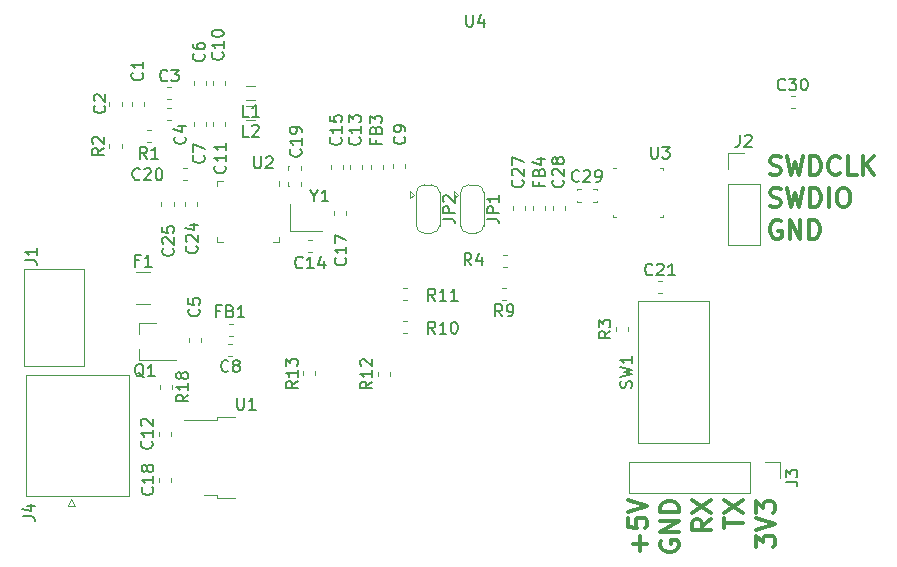
<source format=gbr>
G04 #@! TF.GenerationSoftware,KiCad,Pcbnew,(5.1.5)-3*
G04 #@! TF.CreationDate,2021-10-16T16:50:23+02:00*
G04 #@! TF.ProjectId,reader,72656164-6572-42e6-9b69-6361645f7063,rev?*
G04 #@! TF.SameCoordinates,Original*
G04 #@! TF.FileFunction,Legend,Top*
G04 #@! TF.FilePolarity,Positive*
%FSLAX46Y46*%
G04 Gerber Fmt 4.6, Leading zero omitted, Abs format (unit mm)*
G04 Created by KiCad (PCBNEW (5.1.5)-3) date 2021-10-16 16:50:23*
%MOMM*%
%LPD*%
G04 APERTURE LIST*
%ADD10C,0.300000*%
%ADD11C,0.120000*%
%ADD12C,0.150000*%
G04 APERTURE END LIST*
D10*
X173699761Y-104547619D02*
X173928333Y-104623809D01*
X174309285Y-104623809D01*
X174461666Y-104547619D01*
X174537857Y-104471428D01*
X174614047Y-104319047D01*
X174614047Y-104166666D01*
X174537857Y-104014285D01*
X174461666Y-103938095D01*
X174309285Y-103861904D01*
X174004523Y-103785714D01*
X173852142Y-103709523D01*
X173775952Y-103633333D01*
X173699761Y-103480952D01*
X173699761Y-103328571D01*
X173775952Y-103176190D01*
X173852142Y-103100000D01*
X174004523Y-103023809D01*
X174385476Y-103023809D01*
X174614047Y-103100000D01*
X175147380Y-103023809D02*
X175528333Y-104623809D01*
X175833095Y-103480952D01*
X176137857Y-104623809D01*
X176518809Y-103023809D01*
X177128333Y-104623809D02*
X177128333Y-103023809D01*
X177509285Y-103023809D01*
X177737857Y-103100000D01*
X177890238Y-103252380D01*
X177966428Y-103404761D01*
X178042619Y-103709523D01*
X178042619Y-103938095D01*
X177966428Y-104242857D01*
X177890238Y-104395238D01*
X177737857Y-104547619D01*
X177509285Y-104623809D01*
X177128333Y-104623809D01*
X179642619Y-104471428D02*
X179566428Y-104547619D01*
X179337857Y-104623809D01*
X179185476Y-104623809D01*
X178956904Y-104547619D01*
X178804523Y-104395238D01*
X178728333Y-104242857D01*
X178652142Y-103938095D01*
X178652142Y-103709523D01*
X178728333Y-103404761D01*
X178804523Y-103252380D01*
X178956904Y-103100000D01*
X179185476Y-103023809D01*
X179337857Y-103023809D01*
X179566428Y-103100000D01*
X179642619Y-103176190D01*
X181090238Y-104623809D02*
X180328333Y-104623809D01*
X180328333Y-103023809D01*
X181623571Y-104623809D02*
X181623571Y-103023809D01*
X182537857Y-104623809D02*
X181852142Y-103709523D01*
X182537857Y-103023809D02*
X181623571Y-103938095D01*
X173699761Y-107247619D02*
X173928333Y-107323809D01*
X174309285Y-107323809D01*
X174461666Y-107247619D01*
X174537857Y-107171428D01*
X174614047Y-107019047D01*
X174614047Y-106866666D01*
X174537857Y-106714285D01*
X174461666Y-106638095D01*
X174309285Y-106561904D01*
X174004523Y-106485714D01*
X173852142Y-106409523D01*
X173775952Y-106333333D01*
X173699761Y-106180952D01*
X173699761Y-106028571D01*
X173775952Y-105876190D01*
X173852142Y-105800000D01*
X174004523Y-105723809D01*
X174385476Y-105723809D01*
X174614047Y-105800000D01*
X175147380Y-105723809D02*
X175528333Y-107323809D01*
X175833095Y-106180952D01*
X176137857Y-107323809D01*
X176518809Y-105723809D01*
X177128333Y-107323809D02*
X177128333Y-105723809D01*
X177509285Y-105723809D01*
X177737857Y-105800000D01*
X177890238Y-105952380D01*
X177966428Y-106104761D01*
X178042619Y-106409523D01*
X178042619Y-106638095D01*
X177966428Y-106942857D01*
X177890238Y-107095238D01*
X177737857Y-107247619D01*
X177509285Y-107323809D01*
X177128333Y-107323809D01*
X178728333Y-107323809D02*
X178728333Y-105723809D01*
X179795000Y-105723809D02*
X180099761Y-105723809D01*
X180252142Y-105800000D01*
X180404523Y-105952380D01*
X180480714Y-106257142D01*
X180480714Y-106790476D01*
X180404523Y-107095238D01*
X180252142Y-107247619D01*
X180099761Y-107323809D01*
X179795000Y-107323809D01*
X179642619Y-107247619D01*
X179490238Y-107095238D01*
X179414047Y-106790476D01*
X179414047Y-106257142D01*
X179490238Y-105952380D01*
X179642619Y-105800000D01*
X179795000Y-105723809D01*
X174614047Y-108500000D02*
X174461666Y-108423809D01*
X174233095Y-108423809D01*
X174004523Y-108500000D01*
X173852142Y-108652380D01*
X173775952Y-108804761D01*
X173699761Y-109109523D01*
X173699761Y-109338095D01*
X173775952Y-109642857D01*
X173852142Y-109795238D01*
X174004523Y-109947619D01*
X174233095Y-110023809D01*
X174385476Y-110023809D01*
X174614047Y-109947619D01*
X174690238Y-109871428D01*
X174690238Y-109338095D01*
X174385476Y-109338095D01*
X175375952Y-110023809D02*
X175375952Y-108423809D01*
X176290238Y-110023809D01*
X176290238Y-108423809D01*
X177052142Y-110023809D02*
X177052142Y-108423809D01*
X177433095Y-108423809D01*
X177661666Y-108500000D01*
X177814047Y-108652380D01*
X177890238Y-108804761D01*
X177966428Y-109109523D01*
X177966428Y-109338095D01*
X177890238Y-109642857D01*
X177814047Y-109795238D01*
X177661666Y-109947619D01*
X177433095Y-110023809D01*
X177052142Y-110023809D01*
X162714285Y-136440238D02*
X162714285Y-135221190D01*
X163323809Y-135830714D02*
X162104761Y-135830714D01*
X161723809Y-133697380D02*
X161723809Y-134459285D01*
X162485714Y-134535476D01*
X162409523Y-134459285D01*
X162333333Y-134306904D01*
X162333333Y-133925952D01*
X162409523Y-133773571D01*
X162485714Y-133697380D01*
X162638095Y-133621190D01*
X163019047Y-133621190D01*
X163171428Y-133697380D01*
X163247619Y-133773571D01*
X163323809Y-133925952D01*
X163323809Y-134306904D01*
X163247619Y-134459285D01*
X163171428Y-134535476D01*
X161723809Y-133164047D02*
X163323809Y-132630714D01*
X161723809Y-132097380D01*
X164500000Y-135602142D02*
X164423809Y-135754523D01*
X164423809Y-135983095D01*
X164500000Y-136211666D01*
X164652380Y-136364047D01*
X164804761Y-136440238D01*
X165109523Y-136516428D01*
X165338095Y-136516428D01*
X165642857Y-136440238D01*
X165795238Y-136364047D01*
X165947619Y-136211666D01*
X166023809Y-135983095D01*
X166023809Y-135830714D01*
X165947619Y-135602142D01*
X165871428Y-135525952D01*
X165338095Y-135525952D01*
X165338095Y-135830714D01*
X166023809Y-134840238D02*
X164423809Y-134840238D01*
X166023809Y-133925952D01*
X164423809Y-133925952D01*
X166023809Y-133164047D02*
X164423809Y-133164047D01*
X164423809Y-132783095D01*
X164500000Y-132554523D01*
X164652380Y-132402142D01*
X164804761Y-132325952D01*
X165109523Y-132249761D01*
X165338095Y-132249761D01*
X165642857Y-132325952D01*
X165795238Y-132402142D01*
X165947619Y-132554523D01*
X166023809Y-132783095D01*
X166023809Y-133164047D01*
X168723809Y-133773571D02*
X167961904Y-134306904D01*
X168723809Y-134687857D02*
X167123809Y-134687857D01*
X167123809Y-134078333D01*
X167200000Y-133925952D01*
X167276190Y-133849761D01*
X167428571Y-133773571D01*
X167657142Y-133773571D01*
X167809523Y-133849761D01*
X167885714Y-133925952D01*
X167961904Y-134078333D01*
X167961904Y-134687857D01*
X167123809Y-133240238D02*
X168723809Y-132173571D01*
X167123809Y-132173571D02*
X168723809Y-133240238D01*
X169823809Y-134535476D02*
X169823809Y-133621190D01*
X171423809Y-134078333D02*
X169823809Y-134078333D01*
X169823809Y-133240238D02*
X171423809Y-132173571D01*
X169823809Y-132173571D02*
X171423809Y-133240238D01*
X172523809Y-136135476D02*
X172523809Y-135145000D01*
X173133333Y-135678333D01*
X173133333Y-135449761D01*
X173209523Y-135297380D01*
X173285714Y-135221190D01*
X173438095Y-135145000D01*
X173819047Y-135145000D01*
X173971428Y-135221190D01*
X174047619Y-135297380D01*
X174123809Y-135449761D01*
X174123809Y-135906904D01*
X174047619Y-136059285D01*
X173971428Y-136135476D01*
X172523809Y-134687857D02*
X174123809Y-134154523D01*
X172523809Y-133621190D01*
X172523809Y-133240238D02*
X172523809Y-132249761D01*
X173133333Y-132783095D01*
X173133333Y-132554523D01*
X173209523Y-132402142D01*
X173285714Y-132325952D01*
X173438095Y-132249761D01*
X173819047Y-132249761D01*
X173971428Y-132325952D01*
X174047619Y-132402142D01*
X174123809Y-132554523D01*
X174123809Y-133011666D01*
X174047619Y-133164047D01*
X173971428Y-133240238D01*
D11*
X145050000Y-105450000D02*
G75*
G02X145750000Y-106150000I0J-700000D01*
G01*
X143750000Y-106150000D02*
G75*
G02X144450000Y-105450000I700000J0D01*
G01*
X144450000Y-109550000D02*
G75*
G02X143750000Y-108850000I0J700000D01*
G01*
X145750000Y-108850000D02*
G75*
G02X145050000Y-109550000I-700000J0D01*
G01*
X145750000Y-106100000D02*
X145750000Y-108900000D01*
X145050000Y-109550000D02*
X144450000Y-109550000D01*
X143750000Y-108900000D02*
X143750000Y-106100000D01*
X144450000Y-105450000D02*
X145050000Y-105450000D01*
X143550000Y-106300000D02*
X143250000Y-106000000D01*
X143250000Y-106000000D02*
X143250000Y-106600000D01*
X143550000Y-106300000D02*
X143250000Y-106600000D01*
X148800000Y-105450000D02*
G75*
G02X149500000Y-106150000I0J-700000D01*
G01*
X147500000Y-106150000D02*
G75*
G02X148200000Y-105450000I700000J0D01*
G01*
X148200000Y-109550000D02*
G75*
G02X147500000Y-108850000I0J700000D01*
G01*
X149500000Y-108850000D02*
G75*
G02X148800000Y-109550000I-700000J0D01*
G01*
X149500000Y-106100000D02*
X149500000Y-108900000D01*
X148800000Y-109550000D02*
X148200000Y-109550000D01*
X147500000Y-108900000D02*
X147500000Y-106100000D01*
X148200000Y-105450000D02*
X148800000Y-105450000D01*
X147300000Y-106300000D02*
X147000000Y-106000000D01*
X147000000Y-106000000D02*
X147000000Y-106600000D01*
X147300000Y-106300000D02*
X147000000Y-106600000D01*
X174580000Y-128920000D02*
X174580000Y-130250000D01*
X173250000Y-128920000D02*
X174580000Y-128920000D01*
X171980000Y-128920000D02*
X171980000Y-131580000D01*
X171980000Y-131580000D02*
X161760000Y-131580000D01*
X171980000Y-128920000D02*
X161760000Y-128920000D01*
X161760000Y-128920000D02*
X161760000Y-131580000D01*
X130149622Y-99935000D02*
X129350378Y-99935000D01*
X130149622Y-98815000D02*
X129350378Y-98815000D01*
X130149622Y-98235000D02*
X129350378Y-98235000D01*
X130149622Y-97115000D02*
X129350378Y-97115000D01*
X158740000Y-105810000D02*
X159090000Y-105810000D01*
X159090000Y-105810000D02*
X159090000Y-105860000D01*
X157740000Y-106910000D02*
X157390000Y-106910000D01*
X157390000Y-106910000D02*
X157390000Y-106860000D01*
X157740000Y-105810000D02*
X157390000Y-105810000D01*
X157390000Y-105810000D02*
X157390000Y-105860000D01*
X158740000Y-106910000D02*
X159090000Y-106910000D01*
X159090000Y-106910000D02*
X159090000Y-106860000D01*
X123050000Y-122408733D02*
X123050000Y-122751267D01*
X122030000Y-122408733D02*
X122030000Y-122751267D01*
X120280000Y-117125000D02*
X120280000Y-118055000D01*
X120280000Y-120285000D02*
X120280000Y-119355000D01*
X120280000Y-120285000D02*
X123440000Y-120285000D01*
X120280000Y-117125000D02*
X121740000Y-117125000D01*
X134040000Y-105190000D02*
X134040000Y-105540000D01*
X134040000Y-105540000D02*
X133990000Y-105540000D01*
X132940000Y-104190000D02*
X132940000Y-103840000D01*
X132940000Y-103840000D02*
X132990000Y-103840000D01*
X134040000Y-104190000D02*
X134040000Y-103840000D01*
X134040000Y-103840000D02*
X133990000Y-103840000D01*
X132940000Y-105190000D02*
X132940000Y-105540000D01*
X132940000Y-105540000D02*
X132990000Y-105540000D01*
X133100000Y-107050000D02*
X133100000Y-109350000D01*
X133100000Y-109350000D02*
X135800000Y-109350000D01*
X164435000Y-103990000D02*
X164660000Y-103990000D01*
X164660000Y-103990000D02*
X164660000Y-104215000D01*
X160665000Y-108210000D02*
X160440000Y-108210000D01*
X160440000Y-108210000D02*
X160440000Y-107985000D01*
X164435000Y-108210000D02*
X164660000Y-108210000D01*
X164660000Y-108210000D02*
X164660000Y-107985000D01*
X160665000Y-103990000D02*
X160440000Y-103990000D01*
X132110000Y-109835000D02*
X132110000Y-110310000D01*
X132110000Y-110310000D02*
X131635000Y-110310000D01*
X126890000Y-105565000D02*
X126890000Y-105090000D01*
X126890000Y-105090000D02*
X127365000Y-105090000D01*
X126890000Y-109835000D02*
X126890000Y-110310000D01*
X126890000Y-110310000D02*
X127365000Y-110310000D01*
X132110000Y-105565000D02*
X132110000Y-105090000D01*
X128395000Y-125080000D02*
X126895000Y-125080000D01*
X126895000Y-125080000D02*
X126895000Y-125350000D01*
X126895000Y-125350000D02*
X124065000Y-125350000D01*
X128395000Y-131980000D02*
X126895000Y-131980000D01*
X126895000Y-131980000D02*
X126895000Y-131710000D01*
X126895000Y-131710000D02*
X125795000Y-131710000D01*
X168575000Y-115300000D02*
X168575000Y-127300000D01*
X168575000Y-127300000D02*
X162575000Y-127300000D01*
X162575000Y-127300000D02*
X162575000Y-115300000D01*
X162575000Y-115300000D02*
X168575000Y-115300000D01*
X134190000Y-121596267D02*
X134190000Y-121253733D01*
X135210000Y-121596267D02*
X135210000Y-121253733D01*
X140490000Y-121646267D02*
X140490000Y-121303733D01*
X141510000Y-121646267D02*
X141510000Y-121303733D01*
X142986267Y-115230000D02*
X142643733Y-115230000D01*
X142986267Y-114210000D02*
X142643733Y-114210000D01*
X142966267Y-118010000D02*
X142623733Y-118010000D01*
X142966267Y-116990000D02*
X142623733Y-116990000D01*
X151396267Y-115210000D02*
X151053733Y-115210000D01*
X151396267Y-114190000D02*
X151053733Y-114190000D01*
X151466267Y-112390000D02*
X151123733Y-112390000D01*
X151466267Y-111370000D02*
X151123733Y-111370000D01*
X160665000Y-117846267D02*
X160665000Y-117503733D01*
X161685000Y-117846267D02*
X161685000Y-117503733D01*
X117790000Y-102346267D02*
X117790000Y-102003733D01*
X118810000Y-102346267D02*
X118810000Y-102003733D01*
X120953733Y-100790000D02*
X121296267Y-100790000D01*
X120953733Y-101810000D02*
X121296267Y-101810000D01*
X110730000Y-131815000D02*
X119450000Y-131815000D01*
X119450000Y-131815000D02*
X119450000Y-121595000D01*
X119450000Y-121595000D02*
X110730000Y-121595000D01*
X110730000Y-121595000D02*
X110730000Y-131815000D01*
X114540000Y-132015000D02*
X114840000Y-132615000D01*
X114840000Y-132615000D02*
X114240000Y-132615000D01*
X114240000Y-132615000D02*
X114540000Y-132015000D01*
X170170000Y-110510000D02*
X172830000Y-110510000D01*
X170170000Y-105370000D02*
X170170000Y-110510000D01*
X172830000Y-105370000D02*
X172830000Y-110510000D01*
X170170000Y-105370000D02*
X172830000Y-105370000D01*
X170170000Y-104100000D02*
X170170000Y-102770000D01*
X170170000Y-102770000D02*
X171500000Y-102770000D01*
X110540000Y-112905000D02*
X110540000Y-120605000D01*
X110540000Y-120605000D02*
X110540000Y-120705000D01*
X110540000Y-120705000D02*
X110540000Y-120805000D01*
X110540000Y-120805000D02*
X115640000Y-120805000D01*
X115640000Y-120805000D02*
X115640000Y-112605000D01*
X115640000Y-112605000D02*
X110540000Y-112605000D01*
X110540000Y-112605000D02*
X110540000Y-113005000D01*
X154650000Y-107263733D02*
X154650000Y-107606267D01*
X153630000Y-107263733D02*
X153630000Y-107606267D01*
X140910000Y-103753733D02*
X140910000Y-104096267D01*
X139890000Y-103753733D02*
X139890000Y-104096267D01*
X128211267Y-118215000D02*
X127868733Y-118215000D01*
X128211267Y-117195000D02*
X127868733Y-117195000D01*
X120037936Y-112845000D02*
X121242064Y-112845000D01*
X120037936Y-115565000D02*
X121242064Y-115565000D01*
X175463733Y-97930000D02*
X175806267Y-97930000D01*
X175463733Y-98950000D02*
X175806267Y-98950000D01*
X156350000Y-107263733D02*
X156350000Y-107606267D01*
X155330000Y-107263733D02*
X155330000Y-107606267D01*
X152950000Y-107263733D02*
X152950000Y-107606267D01*
X151930000Y-107263733D02*
X151930000Y-107606267D01*
X122190000Y-107271267D02*
X122190000Y-106928733D01*
X123210000Y-107271267D02*
X123210000Y-106928733D01*
X124190000Y-107246267D02*
X124190000Y-106903733D01*
X125210000Y-107246267D02*
X125210000Y-106903733D01*
X164228733Y-113590000D02*
X164571267Y-113590000D01*
X164228733Y-114610000D02*
X164571267Y-114610000D01*
X124003733Y-103990000D02*
X124346267Y-103990000D01*
X124003733Y-105010000D02*
X124346267Y-105010000D01*
X121980000Y-130601267D02*
X121980000Y-130258733D01*
X123000000Y-130601267D02*
X123000000Y-130258733D01*
X136790000Y-107996267D02*
X136790000Y-107653733D01*
X137810000Y-107996267D02*
X137810000Y-107653733D01*
X137590000Y-103803733D02*
X137590000Y-104146267D01*
X136570000Y-103803733D02*
X136570000Y-104146267D01*
X134946267Y-111160000D02*
X134603733Y-111160000D01*
X134946267Y-110140000D02*
X134603733Y-110140000D01*
X139190000Y-103803733D02*
X139190000Y-104146267D01*
X138170000Y-103803733D02*
X138170000Y-104146267D01*
X123000000Y-126358733D02*
X123000000Y-126701267D01*
X121980000Y-126358733D02*
X121980000Y-126701267D01*
X127585000Y-100128733D02*
X127585000Y-100471267D01*
X126565000Y-100128733D02*
X126565000Y-100471267D01*
X127585000Y-96628733D02*
X127585000Y-96971267D01*
X126565000Y-96628733D02*
X126565000Y-96971267D01*
X141790000Y-104046267D02*
X141790000Y-103703733D01*
X142810000Y-104046267D02*
X142810000Y-103703733D01*
X128186267Y-119915000D02*
X127843733Y-119915000D01*
X128186267Y-118895000D02*
X127843733Y-118895000D01*
X125935000Y-100128733D02*
X125935000Y-100471267D01*
X124915000Y-100128733D02*
X124915000Y-100471267D01*
X125935000Y-96628733D02*
X125935000Y-96971267D01*
X124915000Y-96628733D02*
X124915000Y-96971267D01*
X125550000Y-118408733D02*
X125550000Y-118751267D01*
X124530000Y-118408733D02*
X124530000Y-118751267D01*
X122678733Y-98915000D02*
X123021267Y-98915000D01*
X122678733Y-99935000D02*
X123021267Y-99935000D01*
X122678733Y-97165000D02*
X123021267Y-97165000D01*
X122678733Y-98185000D02*
X123021267Y-98185000D01*
X118810000Y-98403733D02*
X118810000Y-98746267D01*
X117790000Y-98403733D02*
X117790000Y-98746267D01*
X120710000Y-98403733D02*
X120710000Y-98746267D01*
X119690000Y-98403733D02*
X119690000Y-98746267D01*
D12*
X146002380Y-108333333D02*
X146716666Y-108333333D01*
X146859523Y-108380952D01*
X146954761Y-108476190D01*
X147002380Y-108619047D01*
X147002380Y-108714285D01*
X147002380Y-107857142D02*
X146002380Y-107857142D01*
X146002380Y-107476190D01*
X146050000Y-107380952D01*
X146097619Y-107333333D01*
X146192857Y-107285714D01*
X146335714Y-107285714D01*
X146430952Y-107333333D01*
X146478571Y-107380952D01*
X146526190Y-107476190D01*
X146526190Y-107857142D01*
X146097619Y-106904761D02*
X146050000Y-106857142D01*
X146002380Y-106761904D01*
X146002380Y-106523809D01*
X146050000Y-106428571D01*
X146097619Y-106380952D01*
X146192857Y-106333333D01*
X146288095Y-106333333D01*
X146430952Y-106380952D01*
X147002380Y-106952380D01*
X147002380Y-106333333D01*
X149752380Y-108333333D02*
X150466666Y-108333333D01*
X150609523Y-108380952D01*
X150704761Y-108476190D01*
X150752380Y-108619047D01*
X150752380Y-108714285D01*
X150752380Y-107857142D02*
X149752380Y-107857142D01*
X149752380Y-107476190D01*
X149800000Y-107380952D01*
X149847619Y-107333333D01*
X149942857Y-107285714D01*
X150085714Y-107285714D01*
X150180952Y-107333333D01*
X150228571Y-107380952D01*
X150276190Y-107476190D01*
X150276190Y-107857142D01*
X150752380Y-106333333D02*
X150752380Y-106904761D01*
X150752380Y-106619047D02*
X149752380Y-106619047D01*
X149895238Y-106714285D01*
X149990476Y-106809523D01*
X150038095Y-106904761D01*
X147998095Y-91052380D02*
X147998095Y-91861904D01*
X148045714Y-91957142D01*
X148093333Y-92004761D01*
X148188571Y-92052380D01*
X148379047Y-92052380D01*
X148474285Y-92004761D01*
X148521904Y-91957142D01*
X148569523Y-91861904D01*
X148569523Y-91052380D01*
X149474285Y-91385714D02*
X149474285Y-92052380D01*
X149236190Y-91004761D02*
X148998095Y-91719047D01*
X149617142Y-91719047D01*
X175032380Y-130583333D02*
X175746666Y-130583333D01*
X175889523Y-130630952D01*
X175984761Y-130726190D01*
X176032380Y-130869047D01*
X176032380Y-130964285D01*
X175032380Y-130202380D02*
X175032380Y-129583333D01*
X175413333Y-129916666D01*
X175413333Y-129773809D01*
X175460952Y-129678571D01*
X175508571Y-129630952D01*
X175603809Y-129583333D01*
X175841904Y-129583333D01*
X175937142Y-129630952D01*
X175984761Y-129678571D01*
X176032380Y-129773809D01*
X176032380Y-130059523D01*
X175984761Y-130154761D01*
X175937142Y-130202380D01*
X129583333Y-101377380D02*
X129107142Y-101377380D01*
X129107142Y-100377380D01*
X129869047Y-100472619D02*
X129916666Y-100425000D01*
X130011904Y-100377380D01*
X130250000Y-100377380D01*
X130345238Y-100425000D01*
X130392857Y-100472619D01*
X130440476Y-100567857D01*
X130440476Y-100663095D01*
X130392857Y-100805952D01*
X129821428Y-101377380D01*
X130440476Y-101377380D01*
X129583333Y-99677380D02*
X129107142Y-99677380D01*
X129107142Y-98677380D01*
X130440476Y-99677380D02*
X129869047Y-99677380D01*
X130154761Y-99677380D02*
X130154761Y-98677380D01*
X130059523Y-98820238D01*
X129964285Y-98915476D01*
X129869047Y-98963095D01*
X157557142Y-105107142D02*
X157509523Y-105154761D01*
X157366666Y-105202380D01*
X157271428Y-105202380D01*
X157128571Y-105154761D01*
X157033333Y-105059523D01*
X156985714Y-104964285D01*
X156938095Y-104773809D01*
X156938095Y-104630952D01*
X156985714Y-104440476D01*
X157033333Y-104345238D01*
X157128571Y-104250000D01*
X157271428Y-104202380D01*
X157366666Y-104202380D01*
X157509523Y-104250000D01*
X157557142Y-104297619D01*
X157938095Y-104297619D02*
X157985714Y-104250000D01*
X158080952Y-104202380D01*
X158319047Y-104202380D01*
X158414285Y-104250000D01*
X158461904Y-104297619D01*
X158509523Y-104392857D01*
X158509523Y-104488095D01*
X158461904Y-104630952D01*
X157890476Y-105202380D01*
X158509523Y-105202380D01*
X158985714Y-105202380D02*
X159176190Y-105202380D01*
X159271428Y-105154761D01*
X159319047Y-105107142D01*
X159414285Y-104964285D01*
X159461904Y-104773809D01*
X159461904Y-104392857D01*
X159414285Y-104297619D01*
X159366666Y-104250000D01*
X159271428Y-104202380D01*
X159080952Y-104202380D01*
X158985714Y-104250000D01*
X158938095Y-104297619D01*
X158890476Y-104392857D01*
X158890476Y-104630952D01*
X158938095Y-104726190D01*
X158985714Y-104773809D01*
X159080952Y-104821428D01*
X159271428Y-104821428D01*
X159366666Y-104773809D01*
X159414285Y-104726190D01*
X159461904Y-104630952D01*
X124452380Y-123222857D02*
X123976190Y-123556190D01*
X124452380Y-123794285D02*
X123452380Y-123794285D01*
X123452380Y-123413333D01*
X123500000Y-123318095D01*
X123547619Y-123270476D01*
X123642857Y-123222857D01*
X123785714Y-123222857D01*
X123880952Y-123270476D01*
X123928571Y-123318095D01*
X123976190Y-123413333D01*
X123976190Y-123794285D01*
X124452380Y-122270476D02*
X124452380Y-122841904D01*
X124452380Y-122556190D02*
X123452380Y-122556190D01*
X123595238Y-122651428D01*
X123690476Y-122746666D01*
X123738095Y-122841904D01*
X123880952Y-121699047D02*
X123833333Y-121794285D01*
X123785714Y-121841904D01*
X123690476Y-121889523D01*
X123642857Y-121889523D01*
X123547619Y-121841904D01*
X123500000Y-121794285D01*
X123452380Y-121699047D01*
X123452380Y-121508571D01*
X123500000Y-121413333D01*
X123547619Y-121365714D01*
X123642857Y-121318095D01*
X123690476Y-121318095D01*
X123785714Y-121365714D01*
X123833333Y-121413333D01*
X123880952Y-121508571D01*
X123880952Y-121699047D01*
X123928571Y-121794285D01*
X123976190Y-121841904D01*
X124071428Y-121889523D01*
X124261904Y-121889523D01*
X124357142Y-121841904D01*
X124404761Y-121794285D01*
X124452380Y-121699047D01*
X124452380Y-121508571D01*
X124404761Y-121413333D01*
X124357142Y-121365714D01*
X124261904Y-121318095D01*
X124071428Y-121318095D01*
X123976190Y-121365714D01*
X123928571Y-121413333D01*
X123880952Y-121508571D01*
X120704761Y-121747619D02*
X120609523Y-121700000D01*
X120514285Y-121604761D01*
X120371428Y-121461904D01*
X120276190Y-121414285D01*
X120180952Y-121414285D01*
X120228571Y-121652380D02*
X120133333Y-121604761D01*
X120038095Y-121509523D01*
X119990476Y-121319047D01*
X119990476Y-120985714D01*
X120038095Y-120795238D01*
X120133333Y-120700000D01*
X120228571Y-120652380D01*
X120419047Y-120652380D01*
X120514285Y-120700000D01*
X120609523Y-120795238D01*
X120657142Y-120985714D01*
X120657142Y-121319047D01*
X120609523Y-121509523D01*
X120514285Y-121604761D01*
X120419047Y-121652380D01*
X120228571Y-121652380D01*
X121609523Y-121652380D02*
X121038095Y-121652380D01*
X121323809Y-121652380D02*
X121323809Y-120652380D01*
X121228571Y-120795238D01*
X121133333Y-120890476D01*
X121038095Y-120938095D01*
X133957142Y-102442857D02*
X134004761Y-102490476D01*
X134052380Y-102633333D01*
X134052380Y-102728571D01*
X134004761Y-102871428D01*
X133909523Y-102966666D01*
X133814285Y-103014285D01*
X133623809Y-103061904D01*
X133480952Y-103061904D01*
X133290476Y-103014285D01*
X133195238Y-102966666D01*
X133100000Y-102871428D01*
X133052380Y-102728571D01*
X133052380Y-102633333D01*
X133100000Y-102490476D01*
X133147619Y-102442857D01*
X134052380Y-101490476D02*
X134052380Y-102061904D01*
X134052380Y-101776190D02*
X133052380Y-101776190D01*
X133195238Y-101871428D01*
X133290476Y-101966666D01*
X133338095Y-102061904D01*
X134052380Y-101014285D02*
X134052380Y-100823809D01*
X134004761Y-100728571D01*
X133957142Y-100680952D01*
X133814285Y-100585714D01*
X133623809Y-100538095D01*
X133242857Y-100538095D01*
X133147619Y-100585714D01*
X133100000Y-100633333D01*
X133052380Y-100728571D01*
X133052380Y-100919047D01*
X133100000Y-101014285D01*
X133147619Y-101061904D01*
X133242857Y-101109523D01*
X133480952Y-101109523D01*
X133576190Y-101061904D01*
X133623809Y-101014285D01*
X133671428Y-100919047D01*
X133671428Y-100728571D01*
X133623809Y-100633333D01*
X133576190Y-100585714D01*
X133480952Y-100538095D01*
X135123809Y-106376190D02*
X135123809Y-106852380D01*
X134790476Y-105852380D02*
X135123809Y-106376190D01*
X135457142Y-105852380D01*
X136314285Y-106852380D02*
X135742857Y-106852380D01*
X136028571Y-106852380D02*
X136028571Y-105852380D01*
X135933333Y-105995238D01*
X135838095Y-106090476D01*
X135742857Y-106138095D01*
X163638095Y-102232380D02*
X163638095Y-103041904D01*
X163685714Y-103137142D01*
X163733333Y-103184761D01*
X163828571Y-103232380D01*
X164019047Y-103232380D01*
X164114285Y-103184761D01*
X164161904Y-103137142D01*
X164209523Y-103041904D01*
X164209523Y-102232380D01*
X164590476Y-102232380D02*
X165209523Y-102232380D01*
X164876190Y-102613333D01*
X165019047Y-102613333D01*
X165114285Y-102660952D01*
X165161904Y-102708571D01*
X165209523Y-102803809D01*
X165209523Y-103041904D01*
X165161904Y-103137142D01*
X165114285Y-103184761D01*
X165019047Y-103232380D01*
X164733333Y-103232380D01*
X164638095Y-103184761D01*
X164590476Y-103137142D01*
X130038095Y-103052380D02*
X130038095Y-103861904D01*
X130085714Y-103957142D01*
X130133333Y-104004761D01*
X130228571Y-104052380D01*
X130419047Y-104052380D01*
X130514285Y-104004761D01*
X130561904Y-103957142D01*
X130609523Y-103861904D01*
X130609523Y-103052380D01*
X131038095Y-103147619D02*
X131085714Y-103100000D01*
X131180952Y-103052380D01*
X131419047Y-103052380D01*
X131514285Y-103100000D01*
X131561904Y-103147619D01*
X131609523Y-103242857D01*
X131609523Y-103338095D01*
X131561904Y-103480952D01*
X130990476Y-104052380D01*
X131609523Y-104052380D01*
X128603095Y-123482380D02*
X128603095Y-124291904D01*
X128650714Y-124387142D01*
X128698333Y-124434761D01*
X128793571Y-124482380D01*
X128984047Y-124482380D01*
X129079285Y-124434761D01*
X129126904Y-124387142D01*
X129174523Y-124291904D01*
X129174523Y-123482380D01*
X130174523Y-124482380D02*
X129603095Y-124482380D01*
X129888809Y-124482380D02*
X129888809Y-123482380D01*
X129793571Y-123625238D01*
X129698333Y-123720476D01*
X129603095Y-123768095D01*
X161979761Y-122633333D02*
X162027380Y-122490476D01*
X162027380Y-122252380D01*
X161979761Y-122157142D01*
X161932142Y-122109523D01*
X161836904Y-122061904D01*
X161741666Y-122061904D01*
X161646428Y-122109523D01*
X161598809Y-122157142D01*
X161551190Y-122252380D01*
X161503571Y-122442857D01*
X161455952Y-122538095D01*
X161408333Y-122585714D01*
X161313095Y-122633333D01*
X161217857Y-122633333D01*
X161122619Y-122585714D01*
X161075000Y-122538095D01*
X161027380Y-122442857D01*
X161027380Y-122204761D01*
X161075000Y-122061904D01*
X161027380Y-121728571D02*
X162027380Y-121490476D01*
X161313095Y-121300000D01*
X162027380Y-121109523D01*
X161027380Y-120871428D01*
X162027380Y-119966666D02*
X162027380Y-120538095D01*
X162027380Y-120252380D02*
X161027380Y-120252380D01*
X161170238Y-120347619D01*
X161265476Y-120442857D01*
X161313095Y-120538095D01*
X133722380Y-122067857D02*
X133246190Y-122401190D01*
X133722380Y-122639285D02*
X132722380Y-122639285D01*
X132722380Y-122258333D01*
X132770000Y-122163095D01*
X132817619Y-122115476D01*
X132912857Y-122067857D01*
X133055714Y-122067857D01*
X133150952Y-122115476D01*
X133198571Y-122163095D01*
X133246190Y-122258333D01*
X133246190Y-122639285D01*
X133722380Y-121115476D02*
X133722380Y-121686904D01*
X133722380Y-121401190D02*
X132722380Y-121401190D01*
X132865238Y-121496428D01*
X132960476Y-121591666D01*
X133008095Y-121686904D01*
X132722380Y-120782142D02*
X132722380Y-120163095D01*
X133103333Y-120496428D01*
X133103333Y-120353571D01*
X133150952Y-120258333D01*
X133198571Y-120210714D01*
X133293809Y-120163095D01*
X133531904Y-120163095D01*
X133627142Y-120210714D01*
X133674761Y-120258333D01*
X133722380Y-120353571D01*
X133722380Y-120639285D01*
X133674761Y-120734523D01*
X133627142Y-120782142D01*
X140022380Y-122117857D02*
X139546190Y-122451190D01*
X140022380Y-122689285D02*
X139022380Y-122689285D01*
X139022380Y-122308333D01*
X139070000Y-122213095D01*
X139117619Y-122165476D01*
X139212857Y-122117857D01*
X139355714Y-122117857D01*
X139450952Y-122165476D01*
X139498571Y-122213095D01*
X139546190Y-122308333D01*
X139546190Y-122689285D01*
X140022380Y-121165476D02*
X140022380Y-121736904D01*
X140022380Y-121451190D02*
X139022380Y-121451190D01*
X139165238Y-121546428D01*
X139260476Y-121641666D01*
X139308095Y-121736904D01*
X139117619Y-120784523D02*
X139070000Y-120736904D01*
X139022380Y-120641666D01*
X139022380Y-120403571D01*
X139070000Y-120308333D01*
X139117619Y-120260714D01*
X139212857Y-120213095D01*
X139308095Y-120213095D01*
X139450952Y-120260714D01*
X140022380Y-120832142D01*
X140022380Y-120213095D01*
X145357142Y-115252380D02*
X145023809Y-114776190D01*
X144785714Y-115252380D02*
X144785714Y-114252380D01*
X145166666Y-114252380D01*
X145261904Y-114300000D01*
X145309523Y-114347619D01*
X145357142Y-114442857D01*
X145357142Y-114585714D01*
X145309523Y-114680952D01*
X145261904Y-114728571D01*
X145166666Y-114776190D01*
X144785714Y-114776190D01*
X146309523Y-115252380D02*
X145738095Y-115252380D01*
X146023809Y-115252380D02*
X146023809Y-114252380D01*
X145928571Y-114395238D01*
X145833333Y-114490476D01*
X145738095Y-114538095D01*
X147261904Y-115252380D02*
X146690476Y-115252380D01*
X146976190Y-115252380D02*
X146976190Y-114252380D01*
X146880952Y-114395238D01*
X146785714Y-114490476D01*
X146690476Y-114538095D01*
X145357142Y-118052380D02*
X145023809Y-117576190D01*
X144785714Y-118052380D02*
X144785714Y-117052380D01*
X145166666Y-117052380D01*
X145261904Y-117100000D01*
X145309523Y-117147619D01*
X145357142Y-117242857D01*
X145357142Y-117385714D01*
X145309523Y-117480952D01*
X145261904Y-117528571D01*
X145166666Y-117576190D01*
X144785714Y-117576190D01*
X146309523Y-118052380D02*
X145738095Y-118052380D01*
X146023809Y-118052380D02*
X146023809Y-117052380D01*
X145928571Y-117195238D01*
X145833333Y-117290476D01*
X145738095Y-117338095D01*
X146928571Y-117052380D02*
X147023809Y-117052380D01*
X147119047Y-117100000D01*
X147166666Y-117147619D01*
X147214285Y-117242857D01*
X147261904Y-117433333D01*
X147261904Y-117671428D01*
X147214285Y-117861904D01*
X147166666Y-117957142D01*
X147119047Y-118004761D01*
X147023809Y-118052380D01*
X146928571Y-118052380D01*
X146833333Y-118004761D01*
X146785714Y-117957142D01*
X146738095Y-117861904D01*
X146690476Y-117671428D01*
X146690476Y-117433333D01*
X146738095Y-117242857D01*
X146785714Y-117147619D01*
X146833333Y-117100000D01*
X146928571Y-117052380D01*
X151033333Y-116582380D02*
X150700000Y-116106190D01*
X150461904Y-116582380D02*
X150461904Y-115582380D01*
X150842857Y-115582380D01*
X150938095Y-115630000D01*
X150985714Y-115677619D01*
X151033333Y-115772857D01*
X151033333Y-115915714D01*
X150985714Y-116010952D01*
X150938095Y-116058571D01*
X150842857Y-116106190D01*
X150461904Y-116106190D01*
X151509523Y-116582380D02*
X151700000Y-116582380D01*
X151795238Y-116534761D01*
X151842857Y-116487142D01*
X151938095Y-116344285D01*
X151985714Y-116153809D01*
X151985714Y-115772857D01*
X151938095Y-115677619D01*
X151890476Y-115630000D01*
X151795238Y-115582380D01*
X151604761Y-115582380D01*
X151509523Y-115630000D01*
X151461904Y-115677619D01*
X151414285Y-115772857D01*
X151414285Y-116010952D01*
X151461904Y-116106190D01*
X151509523Y-116153809D01*
X151604761Y-116201428D01*
X151795238Y-116201428D01*
X151890476Y-116153809D01*
X151938095Y-116106190D01*
X151985714Y-116010952D01*
X148433333Y-112252380D02*
X148100000Y-111776190D01*
X147861904Y-112252380D02*
X147861904Y-111252380D01*
X148242857Y-111252380D01*
X148338095Y-111300000D01*
X148385714Y-111347619D01*
X148433333Y-111442857D01*
X148433333Y-111585714D01*
X148385714Y-111680952D01*
X148338095Y-111728571D01*
X148242857Y-111776190D01*
X147861904Y-111776190D01*
X149290476Y-111585714D02*
X149290476Y-112252380D01*
X149052380Y-111204761D02*
X148814285Y-111919047D01*
X149433333Y-111919047D01*
X160197380Y-117841666D02*
X159721190Y-118175000D01*
X160197380Y-118413095D02*
X159197380Y-118413095D01*
X159197380Y-118032142D01*
X159245000Y-117936904D01*
X159292619Y-117889285D01*
X159387857Y-117841666D01*
X159530714Y-117841666D01*
X159625952Y-117889285D01*
X159673571Y-117936904D01*
X159721190Y-118032142D01*
X159721190Y-118413095D01*
X159197380Y-117508333D02*
X159197380Y-116889285D01*
X159578333Y-117222619D01*
X159578333Y-117079761D01*
X159625952Y-116984523D01*
X159673571Y-116936904D01*
X159768809Y-116889285D01*
X160006904Y-116889285D01*
X160102142Y-116936904D01*
X160149761Y-116984523D01*
X160197380Y-117079761D01*
X160197380Y-117365476D01*
X160149761Y-117460714D01*
X160102142Y-117508333D01*
X117322380Y-102341666D02*
X116846190Y-102675000D01*
X117322380Y-102913095D02*
X116322380Y-102913095D01*
X116322380Y-102532142D01*
X116370000Y-102436904D01*
X116417619Y-102389285D01*
X116512857Y-102341666D01*
X116655714Y-102341666D01*
X116750952Y-102389285D01*
X116798571Y-102436904D01*
X116846190Y-102532142D01*
X116846190Y-102913095D01*
X116417619Y-101960714D02*
X116370000Y-101913095D01*
X116322380Y-101817857D01*
X116322380Y-101579761D01*
X116370000Y-101484523D01*
X116417619Y-101436904D01*
X116512857Y-101389285D01*
X116608095Y-101389285D01*
X116750952Y-101436904D01*
X117322380Y-102008333D01*
X117322380Y-101389285D01*
X120958333Y-103252380D02*
X120625000Y-102776190D01*
X120386904Y-103252380D02*
X120386904Y-102252380D01*
X120767857Y-102252380D01*
X120863095Y-102300000D01*
X120910714Y-102347619D01*
X120958333Y-102442857D01*
X120958333Y-102585714D01*
X120910714Y-102680952D01*
X120863095Y-102728571D01*
X120767857Y-102776190D01*
X120386904Y-102776190D01*
X121910714Y-103252380D02*
X121339285Y-103252380D01*
X121625000Y-103252380D02*
X121625000Y-102252380D01*
X121529761Y-102395238D01*
X121434523Y-102490476D01*
X121339285Y-102538095D01*
X110452380Y-133533333D02*
X111166666Y-133533333D01*
X111309523Y-133580952D01*
X111404761Y-133676190D01*
X111452380Y-133819047D01*
X111452380Y-133914285D01*
X110785714Y-132628571D02*
X111452380Y-132628571D01*
X110404761Y-132866666D02*
X111119047Y-133104761D01*
X111119047Y-132485714D01*
X171166666Y-101222380D02*
X171166666Y-101936666D01*
X171119047Y-102079523D01*
X171023809Y-102174761D01*
X170880952Y-102222380D01*
X170785714Y-102222380D01*
X171595238Y-101317619D02*
X171642857Y-101270000D01*
X171738095Y-101222380D01*
X171976190Y-101222380D01*
X172071428Y-101270000D01*
X172119047Y-101317619D01*
X172166666Y-101412857D01*
X172166666Y-101508095D01*
X172119047Y-101650952D01*
X171547619Y-102222380D01*
X172166666Y-102222380D01*
X110652380Y-111833333D02*
X111366666Y-111833333D01*
X111509523Y-111880952D01*
X111604761Y-111976190D01*
X111652380Y-112119047D01*
X111652380Y-112214285D01*
X111652380Y-110833333D02*
X111652380Y-111404761D01*
X111652380Y-111119047D02*
X110652380Y-111119047D01*
X110795238Y-111214285D01*
X110890476Y-111309523D01*
X110938095Y-111404761D01*
X154128571Y-105233333D02*
X154128571Y-105566666D01*
X154652380Y-105566666D02*
X153652380Y-105566666D01*
X153652380Y-105090476D01*
X154128571Y-104376190D02*
X154176190Y-104233333D01*
X154223809Y-104185714D01*
X154319047Y-104138095D01*
X154461904Y-104138095D01*
X154557142Y-104185714D01*
X154604761Y-104233333D01*
X154652380Y-104328571D01*
X154652380Y-104709523D01*
X153652380Y-104709523D01*
X153652380Y-104376190D01*
X153700000Y-104280952D01*
X153747619Y-104233333D01*
X153842857Y-104185714D01*
X153938095Y-104185714D01*
X154033333Y-104233333D01*
X154080952Y-104280952D01*
X154128571Y-104376190D01*
X154128571Y-104709523D01*
X153985714Y-103280952D02*
X154652380Y-103280952D01*
X153604761Y-103519047D02*
X154319047Y-103757142D01*
X154319047Y-103138095D01*
X140328571Y-101633333D02*
X140328571Y-101966666D01*
X140852380Y-101966666D02*
X139852380Y-101966666D01*
X139852380Y-101490476D01*
X140328571Y-100776190D02*
X140376190Y-100633333D01*
X140423809Y-100585714D01*
X140519047Y-100538095D01*
X140661904Y-100538095D01*
X140757142Y-100585714D01*
X140804761Y-100633333D01*
X140852380Y-100728571D01*
X140852380Y-101109523D01*
X139852380Y-101109523D01*
X139852380Y-100776190D01*
X139900000Y-100680952D01*
X139947619Y-100633333D01*
X140042857Y-100585714D01*
X140138095Y-100585714D01*
X140233333Y-100633333D01*
X140280952Y-100680952D01*
X140328571Y-100776190D01*
X140328571Y-101109523D01*
X139852380Y-100204761D02*
X139852380Y-99585714D01*
X140233333Y-99919047D01*
X140233333Y-99776190D01*
X140280952Y-99680952D01*
X140328571Y-99633333D01*
X140423809Y-99585714D01*
X140661904Y-99585714D01*
X140757142Y-99633333D01*
X140804761Y-99680952D01*
X140852380Y-99776190D01*
X140852380Y-100061904D01*
X140804761Y-100157142D01*
X140757142Y-100204761D01*
X127166666Y-116128571D02*
X126833333Y-116128571D01*
X126833333Y-116652380D02*
X126833333Y-115652380D01*
X127309523Y-115652380D01*
X128023809Y-116128571D02*
X128166666Y-116176190D01*
X128214285Y-116223809D01*
X128261904Y-116319047D01*
X128261904Y-116461904D01*
X128214285Y-116557142D01*
X128166666Y-116604761D01*
X128071428Y-116652380D01*
X127690476Y-116652380D01*
X127690476Y-115652380D01*
X128023809Y-115652380D01*
X128119047Y-115700000D01*
X128166666Y-115747619D01*
X128214285Y-115842857D01*
X128214285Y-115938095D01*
X128166666Y-116033333D01*
X128119047Y-116080952D01*
X128023809Y-116128571D01*
X127690476Y-116128571D01*
X129214285Y-116652380D02*
X128642857Y-116652380D01*
X128928571Y-116652380D02*
X128928571Y-115652380D01*
X128833333Y-115795238D01*
X128738095Y-115890476D01*
X128642857Y-115938095D01*
X120306666Y-111853571D02*
X119973333Y-111853571D01*
X119973333Y-112377380D02*
X119973333Y-111377380D01*
X120449523Y-111377380D01*
X121354285Y-112377380D02*
X120782857Y-112377380D01*
X121068571Y-112377380D02*
X121068571Y-111377380D01*
X120973333Y-111520238D01*
X120878095Y-111615476D01*
X120782857Y-111663095D01*
X174992142Y-97367142D02*
X174944523Y-97414761D01*
X174801666Y-97462380D01*
X174706428Y-97462380D01*
X174563571Y-97414761D01*
X174468333Y-97319523D01*
X174420714Y-97224285D01*
X174373095Y-97033809D01*
X174373095Y-96890952D01*
X174420714Y-96700476D01*
X174468333Y-96605238D01*
X174563571Y-96510000D01*
X174706428Y-96462380D01*
X174801666Y-96462380D01*
X174944523Y-96510000D01*
X174992142Y-96557619D01*
X175325476Y-96462380D02*
X175944523Y-96462380D01*
X175611190Y-96843333D01*
X175754047Y-96843333D01*
X175849285Y-96890952D01*
X175896904Y-96938571D01*
X175944523Y-97033809D01*
X175944523Y-97271904D01*
X175896904Y-97367142D01*
X175849285Y-97414761D01*
X175754047Y-97462380D01*
X175468333Y-97462380D01*
X175373095Y-97414761D01*
X175325476Y-97367142D01*
X176563571Y-96462380D02*
X176658809Y-96462380D01*
X176754047Y-96510000D01*
X176801666Y-96557619D01*
X176849285Y-96652857D01*
X176896904Y-96843333D01*
X176896904Y-97081428D01*
X176849285Y-97271904D01*
X176801666Y-97367142D01*
X176754047Y-97414761D01*
X176658809Y-97462380D01*
X176563571Y-97462380D01*
X176468333Y-97414761D01*
X176420714Y-97367142D01*
X176373095Y-97271904D01*
X176325476Y-97081428D01*
X176325476Y-96843333D01*
X176373095Y-96652857D01*
X176420714Y-96557619D01*
X176468333Y-96510000D01*
X176563571Y-96462380D01*
X156157142Y-105042857D02*
X156204761Y-105090476D01*
X156252380Y-105233333D01*
X156252380Y-105328571D01*
X156204761Y-105471428D01*
X156109523Y-105566666D01*
X156014285Y-105614285D01*
X155823809Y-105661904D01*
X155680952Y-105661904D01*
X155490476Y-105614285D01*
X155395238Y-105566666D01*
X155300000Y-105471428D01*
X155252380Y-105328571D01*
X155252380Y-105233333D01*
X155300000Y-105090476D01*
X155347619Y-105042857D01*
X155347619Y-104661904D02*
X155300000Y-104614285D01*
X155252380Y-104519047D01*
X155252380Y-104280952D01*
X155300000Y-104185714D01*
X155347619Y-104138095D01*
X155442857Y-104090476D01*
X155538095Y-104090476D01*
X155680952Y-104138095D01*
X156252380Y-104709523D01*
X156252380Y-104090476D01*
X155680952Y-103519047D02*
X155633333Y-103614285D01*
X155585714Y-103661904D01*
X155490476Y-103709523D01*
X155442857Y-103709523D01*
X155347619Y-103661904D01*
X155300000Y-103614285D01*
X155252380Y-103519047D01*
X155252380Y-103328571D01*
X155300000Y-103233333D01*
X155347619Y-103185714D01*
X155442857Y-103138095D01*
X155490476Y-103138095D01*
X155585714Y-103185714D01*
X155633333Y-103233333D01*
X155680952Y-103328571D01*
X155680952Y-103519047D01*
X155728571Y-103614285D01*
X155776190Y-103661904D01*
X155871428Y-103709523D01*
X156061904Y-103709523D01*
X156157142Y-103661904D01*
X156204761Y-103614285D01*
X156252380Y-103519047D01*
X156252380Y-103328571D01*
X156204761Y-103233333D01*
X156157142Y-103185714D01*
X156061904Y-103138095D01*
X155871428Y-103138095D01*
X155776190Y-103185714D01*
X155728571Y-103233333D01*
X155680952Y-103328571D01*
X152757142Y-105042857D02*
X152804761Y-105090476D01*
X152852380Y-105233333D01*
X152852380Y-105328571D01*
X152804761Y-105471428D01*
X152709523Y-105566666D01*
X152614285Y-105614285D01*
X152423809Y-105661904D01*
X152280952Y-105661904D01*
X152090476Y-105614285D01*
X151995238Y-105566666D01*
X151900000Y-105471428D01*
X151852380Y-105328571D01*
X151852380Y-105233333D01*
X151900000Y-105090476D01*
X151947619Y-105042857D01*
X151947619Y-104661904D02*
X151900000Y-104614285D01*
X151852380Y-104519047D01*
X151852380Y-104280952D01*
X151900000Y-104185714D01*
X151947619Y-104138095D01*
X152042857Y-104090476D01*
X152138095Y-104090476D01*
X152280952Y-104138095D01*
X152852380Y-104709523D01*
X152852380Y-104090476D01*
X151852380Y-103757142D02*
X151852380Y-103090476D01*
X152852380Y-103519047D01*
X123157142Y-110842857D02*
X123204761Y-110890476D01*
X123252380Y-111033333D01*
X123252380Y-111128571D01*
X123204761Y-111271428D01*
X123109523Y-111366666D01*
X123014285Y-111414285D01*
X122823809Y-111461904D01*
X122680952Y-111461904D01*
X122490476Y-111414285D01*
X122395238Y-111366666D01*
X122300000Y-111271428D01*
X122252380Y-111128571D01*
X122252380Y-111033333D01*
X122300000Y-110890476D01*
X122347619Y-110842857D01*
X122347619Y-110461904D02*
X122300000Y-110414285D01*
X122252380Y-110319047D01*
X122252380Y-110080952D01*
X122300000Y-109985714D01*
X122347619Y-109938095D01*
X122442857Y-109890476D01*
X122538095Y-109890476D01*
X122680952Y-109938095D01*
X123252380Y-110509523D01*
X123252380Y-109890476D01*
X122252380Y-108985714D02*
X122252380Y-109461904D01*
X122728571Y-109509523D01*
X122680952Y-109461904D01*
X122633333Y-109366666D01*
X122633333Y-109128571D01*
X122680952Y-109033333D01*
X122728571Y-108985714D01*
X122823809Y-108938095D01*
X123061904Y-108938095D01*
X123157142Y-108985714D01*
X123204761Y-109033333D01*
X123252380Y-109128571D01*
X123252380Y-109366666D01*
X123204761Y-109461904D01*
X123157142Y-109509523D01*
X125157142Y-110642857D02*
X125204761Y-110690476D01*
X125252380Y-110833333D01*
X125252380Y-110928571D01*
X125204761Y-111071428D01*
X125109523Y-111166666D01*
X125014285Y-111214285D01*
X124823809Y-111261904D01*
X124680952Y-111261904D01*
X124490476Y-111214285D01*
X124395238Y-111166666D01*
X124300000Y-111071428D01*
X124252380Y-110928571D01*
X124252380Y-110833333D01*
X124300000Y-110690476D01*
X124347619Y-110642857D01*
X124347619Y-110261904D02*
X124300000Y-110214285D01*
X124252380Y-110119047D01*
X124252380Y-109880952D01*
X124300000Y-109785714D01*
X124347619Y-109738095D01*
X124442857Y-109690476D01*
X124538095Y-109690476D01*
X124680952Y-109738095D01*
X125252380Y-110309523D01*
X125252380Y-109690476D01*
X124585714Y-108833333D02*
X125252380Y-108833333D01*
X124204761Y-109071428D02*
X124919047Y-109309523D01*
X124919047Y-108690476D01*
X163757142Y-113027142D02*
X163709523Y-113074761D01*
X163566666Y-113122380D01*
X163471428Y-113122380D01*
X163328571Y-113074761D01*
X163233333Y-112979523D01*
X163185714Y-112884285D01*
X163138095Y-112693809D01*
X163138095Y-112550952D01*
X163185714Y-112360476D01*
X163233333Y-112265238D01*
X163328571Y-112170000D01*
X163471428Y-112122380D01*
X163566666Y-112122380D01*
X163709523Y-112170000D01*
X163757142Y-112217619D01*
X164138095Y-112217619D02*
X164185714Y-112170000D01*
X164280952Y-112122380D01*
X164519047Y-112122380D01*
X164614285Y-112170000D01*
X164661904Y-112217619D01*
X164709523Y-112312857D01*
X164709523Y-112408095D01*
X164661904Y-112550952D01*
X164090476Y-113122380D01*
X164709523Y-113122380D01*
X165661904Y-113122380D02*
X165090476Y-113122380D01*
X165376190Y-113122380D02*
X165376190Y-112122380D01*
X165280952Y-112265238D01*
X165185714Y-112360476D01*
X165090476Y-112408095D01*
X120357142Y-104957142D02*
X120309523Y-105004761D01*
X120166666Y-105052380D01*
X120071428Y-105052380D01*
X119928571Y-105004761D01*
X119833333Y-104909523D01*
X119785714Y-104814285D01*
X119738095Y-104623809D01*
X119738095Y-104480952D01*
X119785714Y-104290476D01*
X119833333Y-104195238D01*
X119928571Y-104100000D01*
X120071428Y-104052380D01*
X120166666Y-104052380D01*
X120309523Y-104100000D01*
X120357142Y-104147619D01*
X120738095Y-104147619D02*
X120785714Y-104100000D01*
X120880952Y-104052380D01*
X121119047Y-104052380D01*
X121214285Y-104100000D01*
X121261904Y-104147619D01*
X121309523Y-104242857D01*
X121309523Y-104338095D01*
X121261904Y-104480952D01*
X120690476Y-105052380D01*
X121309523Y-105052380D01*
X121928571Y-104052380D02*
X122023809Y-104052380D01*
X122119047Y-104100000D01*
X122166666Y-104147619D01*
X122214285Y-104242857D01*
X122261904Y-104433333D01*
X122261904Y-104671428D01*
X122214285Y-104861904D01*
X122166666Y-104957142D01*
X122119047Y-105004761D01*
X122023809Y-105052380D01*
X121928571Y-105052380D01*
X121833333Y-105004761D01*
X121785714Y-104957142D01*
X121738095Y-104861904D01*
X121690476Y-104671428D01*
X121690476Y-104433333D01*
X121738095Y-104242857D01*
X121785714Y-104147619D01*
X121833333Y-104100000D01*
X121928571Y-104052380D01*
X121417142Y-131072857D02*
X121464761Y-131120476D01*
X121512380Y-131263333D01*
X121512380Y-131358571D01*
X121464761Y-131501428D01*
X121369523Y-131596666D01*
X121274285Y-131644285D01*
X121083809Y-131691904D01*
X120940952Y-131691904D01*
X120750476Y-131644285D01*
X120655238Y-131596666D01*
X120560000Y-131501428D01*
X120512380Y-131358571D01*
X120512380Y-131263333D01*
X120560000Y-131120476D01*
X120607619Y-131072857D01*
X121512380Y-130120476D02*
X121512380Y-130691904D01*
X121512380Y-130406190D02*
X120512380Y-130406190D01*
X120655238Y-130501428D01*
X120750476Y-130596666D01*
X120798095Y-130691904D01*
X120940952Y-129549047D02*
X120893333Y-129644285D01*
X120845714Y-129691904D01*
X120750476Y-129739523D01*
X120702857Y-129739523D01*
X120607619Y-129691904D01*
X120560000Y-129644285D01*
X120512380Y-129549047D01*
X120512380Y-129358571D01*
X120560000Y-129263333D01*
X120607619Y-129215714D01*
X120702857Y-129168095D01*
X120750476Y-129168095D01*
X120845714Y-129215714D01*
X120893333Y-129263333D01*
X120940952Y-129358571D01*
X120940952Y-129549047D01*
X120988571Y-129644285D01*
X121036190Y-129691904D01*
X121131428Y-129739523D01*
X121321904Y-129739523D01*
X121417142Y-129691904D01*
X121464761Y-129644285D01*
X121512380Y-129549047D01*
X121512380Y-129358571D01*
X121464761Y-129263333D01*
X121417142Y-129215714D01*
X121321904Y-129168095D01*
X121131428Y-129168095D01*
X121036190Y-129215714D01*
X120988571Y-129263333D01*
X120940952Y-129358571D01*
X137757142Y-111642857D02*
X137804761Y-111690476D01*
X137852380Y-111833333D01*
X137852380Y-111928571D01*
X137804761Y-112071428D01*
X137709523Y-112166666D01*
X137614285Y-112214285D01*
X137423809Y-112261904D01*
X137280952Y-112261904D01*
X137090476Y-112214285D01*
X136995238Y-112166666D01*
X136900000Y-112071428D01*
X136852380Y-111928571D01*
X136852380Y-111833333D01*
X136900000Y-111690476D01*
X136947619Y-111642857D01*
X137852380Y-110690476D02*
X137852380Y-111261904D01*
X137852380Y-110976190D02*
X136852380Y-110976190D01*
X136995238Y-111071428D01*
X137090476Y-111166666D01*
X137138095Y-111261904D01*
X136852380Y-110357142D02*
X136852380Y-109690476D01*
X137852380Y-110119047D01*
X137357142Y-101442857D02*
X137404761Y-101490476D01*
X137452380Y-101633333D01*
X137452380Y-101728571D01*
X137404761Y-101871428D01*
X137309523Y-101966666D01*
X137214285Y-102014285D01*
X137023809Y-102061904D01*
X136880952Y-102061904D01*
X136690476Y-102014285D01*
X136595238Y-101966666D01*
X136500000Y-101871428D01*
X136452380Y-101728571D01*
X136452380Y-101633333D01*
X136500000Y-101490476D01*
X136547619Y-101442857D01*
X137452380Y-100490476D02*
X137452380Y-101061904D01*
X137452380Y-100776190D02*
X136452380Y-100776190D01*
X136595238Y-100871428D01*
X136690476Y-100966666D01*
X136738095Y-101061904D01*
X136452380Y-99585714D02*
X136452380Y-100061904D01*
X136928571Y-100109523D01*
X136880952Y-100061904D01*
X136833333Y-99966666D01*
X136833333Y-99728571D01*
X136880952Y-99633333D01*
X136928571Y-99585714D01*
X137023809Y-99538095D01*
X137261904Y-99538095D01*
X137357142Y-99585714D01*
X137404761Y-99633333D01*
X137452380Y-99728571D01*
X137452380Y-99966666D01*
X137404761Y-100061904D01*
X137357142Y-100109523D01*
X134132142Y-112437142D02*
X134084523Y-112484761D01*
X133941666Y-112532380D01*
X133846428Y-112532380D01*
X133703571Y-112484761D01*
X133608333Y-112389523D01*
X133560714Y-112294285D01*
X133513095Y-112103809D01*
X133513095Y-111960952D01*
X133560714Y-111770476D01*
X133608333Y-111675238D01*
X133703571Y-111580000D01*
X133846428Y-111532380D01*
X133941666Y-111532380D01*
X134084523Y-111580000D01*
X134132142Y-111627619D01*
X135084523Y-112532380D02*
X134513095Y-112532380D01*
X134798809Y-112532380D02*
X134798809Y-111532380D01*
X134703571Y-111675238D01*
X134608333Y-111770476D01*
X134513095Y-111818095D01*
X135941666Y-111865714D02*
X135941666Y-112532380D01*
X135703571Y-111484761D02*
X135465476Y-112199047D01*
X136084523Y-112199047D01*
X138957142Y-101442857D02*
X139004761Y-101490476D01*
X139052380Y-101633333D01*
X139052380Y-101728571D01*
X139004761Y-101871428D01*
X138909523Y-101966666D01*
X138814285Y-102014285D01*
X138623809Y-102061904D01*
X138480952Y-102061904D01*
X138290476Y-102014285D01*
X138195238Y-101966666D01*
X138100000Y-101871428D01*
X138052380Y-101728571D01*
X138052380Y-101633333D01*
X138100000Y-101490476D01*
X138147619Y-101442857D01*
X139052380Y-100490476D02*
X139052380Y-101061904D01*
X139052380Y-100776190D02*
X138052380Y-100776190D01*
X138195238Y-100871428D01*
X138290476Y-100966666D01*
X138338095Y-101061904D01*
X138052380Y-100157142D02*
X138052380Y-99538095D01*
X138433333Y-99871428D01*
X138433333Y-99728571D01*
X138480952Y-99633333D01*
X138528571Y-99585714D01*
X138623809Y-99538095D01*
X138861904Y-99538095D01*
X138957142Y-99585714D01*
X139004761Y-99633333D01*
X139052380Y-99728571D01*
X139052380Y-100014285D01*
X139004761Y-100109523D01*
X138957142Y-100157142D01*
X121357142Y-127172857D02*
X121404761Y-127220476D01*
X121452380Y-127363333D01*
X121452380Y-127458571D01*
X121404761Y-127601428D01*
X121309523Y-127696666D01*
X121214285Y-127744285D01*
X121023809Y-127791904D01*
X120880952Y-127791904D01*
X120690476Y-127744285D01*
X120595238Y-127696666D01*
X120500000Y-127601428D01*
X120452380Y-127458571D01*
X120452380Y-127363333D01*
X120500000Y-127220476D01*
X120547619Y-127172857D01*
X121452380Y-126220476D02*
X121452380Y-126791904D01*
X121452380Y-126506190D02*
X120452380Y-126506190D01*
X120595238Y-126601428D01*
X120690476Y-126696666D01*
X120738095Y-126791904D01*
X120547619Y-125839523D02*
X120500000Y-125791904D01*
X120452380Y-125696666D01*
X120452380Y-125458571D01*
X120500000Y-125363333D01*
X120547619Y-125315714D01*
X120642857Y-125268095D01*
X120738095Y-125268095D01*
X120880952Y-125315714D01*
X121452380Y-125887142D01*
X121452380Y-125268095D01*
X127557142Y-103842857D02*
X127604761Y-103890476D01*
X127652380Y-104033333D01*
X127652380Y-104128571D01*
X127604761Y-104271428D01*
X127509523Y-104366666D01*
X127414285Y-104414285D01*
X127223809Y-104461904D01*
X127080952Y-104461904D01*
X126890476Y-104414285D01*
X126795238Y-104366666D01*
X126700000Y-104271428D01*
X126652380Y-104128571D01*
X126652380Y-104033333D01*
X126700000Y-103890476D01*
X126747619Y-103842857D01*
X127652380Y-102890476D02*
X127652380Y-103461904D01*
X127652380Y-103176190D02*
X126652380Y-103176190D01*
X126795238Y-103271428D01*
X126890476Y-103366666D01*
X126938095Y-103461904D01*
X127652380Y-101938095D02*
X127652380Y-102509523D01*
X127652380Y-102223809D02*
X126652380Y-102223809D01*
X126795238Y-102319047D01*
X126890476Y-102414285D01*
X126938095Y-102509523D01*
X127357142Y-94242857D02*
X127404761Y-94290476D01*
X127452380Y-94433333D01*
X127452380Y-94528571D01*
X127404761Y-94671428D01*
X127309523Y-94766666D01*
X127214285Y-94814285D01*
X127023809Y-94861904D01*
X126880952Y-94861904D01*
X126690476Y-94814285D01*
X126595238Y-94766666D01*
X126500000Y-94671428D01*
X126452380Y-94528571D01*
X126452380Y-94433333D01*
X126500000Y-94290476D01*
X126547619Y-94242857D01*
X127452380Y-93290476D02*
X127452380Y-93861904D01*
X127452380Y-93576190D02*
X126452380Y-93576190D01*
X126595238Y-93671428D01*
X126690476Y-93766666D01*
X126738095Y-93861904D01*
X126452380Y-92671428D02*
X126452380Y-92576190D01*
X126500000Y-92480952D01*
X126547619Y-92433333D01*
X126642857Y-92385714D01*
X126833333Y-92338095D01*
X127071428Y-92338095D01*
X127261904Y-92385714D01*
X127357142Y-92433333D01*
X127404761Y-92480952D01*
X127452380Y-92576190D01*
X127452380Y-92671428D01*
X127404761Y-92766666D01*
X127357142Y-92814285D01*
X127261904Y-92861904D01*
X127071428Y-92909523D01*
X126833333Y-92909523D01*
X126642857Y-92861904D01*
X126547619Y-92814285D01*
X126500000Y-92766666D01*
X126452380Y-92671428D01*
X142757142Y-101366666D02*
X142804761Y-101414285D01*
X142852380Y-101557142D01*
X142852380Y-101652380D01*
X142804761Y-101795238D01*
X142709523Y-101890476D01*
X142614285Y-101938095D01*
X142423809Y-101985714D01*
X142280952Y-101985714D01*
X142090476Y-101938095D01*
X141995238Y-101890476D01*
X141900000Y-101795238D01*
X141852380Y-101652380D01*
X141852380Y-101557142D01*
X141900000Y-101414285D01*
X141947619Y-101366666D01*
X142852380Y-100890476D02*
X142852380Y-100700000D01*
X142804761Y-100604761D01*
X142757142Y-100557142D01*
X142614285Y-100461904D01*
X142423809Y-100414285D01*
X142042857Y-100414285D01*
X141947619Y-100461904D01*
X141900000Y-100509523D01*
X141852380Y-100604761D01*
X141852380Y-100795238D01*
X141900000Y-100890476D01*
X141947619Y-100938095D01*
X142042857Y-100985714D01*
X142280952Y-100985714D01*
X142376190Y-100938095D01*
X142423809Y-100890476D01*
X142471428Y-100795238D01*
X142471428Y-100604761D01*
X142423809Y-100509523D01*
X142376190Y-100461904D01*
X142280952Y-100414285D01*
X127848333Y-121192142D02*
X127800714Y-121239761D01*
X127657857Y-121287380D01*
X127562619Y-121287380D01*
X127419761Y-121239761D01*
X127324523Y-121144523D01*
X127276904Y-121049285D01*
X127229285Y-120858809D01*
X127229285Y-120715952D01*
X127276904Y-120525476D01*
X127324523Y-120430238D01*
X127419761Y-120335000D01*
X127562619Y-120287380D01*
X127657857Y-120287380D01*
X127800714Y-120335000D01*
X127848333Y-120382619D01*
X128419761Y-120715952D02*
X128324523Y-120668333D01*
X128276904Y-120620714D01*
X128229285Y-120525476D01*
X128229285Y-120477857D01*
X128276904Y-120382619D01*
X128324523Y-120335000D01*
X128419761Y-120287380D01*
X128610238Y-120287380D01*
X128705476Y-120335000D01*
X128753095Y-120382619D01*
X128800714Y-120477857D01*
X128800714Y-120525476D01*
X128753095Y-120620714D01*
X128705476Y-120668333D01*
X128610238Y-120715952D01*
X128419761Y-120715952D01*
X128324523Y-120763571D01*
X128276904Y-120811190D01*
X128229285Y-120906428D01*
X128229285Y-121096904D01*
X128276904Y-121192142D01*
X128324523Y-121239761D01*
X128419761Y-121287380D01*
X128610238Y-121287380D01*
X128705476Y-121239761D01*
X128753095Y-121192142D01*
X128800714Y-121096904D01*
X128800714Y-120906428D01*
X128753095Y-120811190D01*
X128705476Y-120763571D01*
X128610238Y-120715952D01*
X125757142Y-102966666D02*
X125804761Y-103014285D01*
X125852380Y-103157142D01*
X125852380Y-103252380D01*
X125804761Y-103395238D01*
X125709523Y-103490476D01*
X125614285Y-103538095D01*
X125423809Y-103585714D01*
X125280952Y-103585714D01*
X125090476Y-103538095D01*
X124995238Y-103490476D01*
X124900000Y-103395238D01*
X124852380Y-103252380D01*
X124852380Y-103157142D01*
X124900000Y-103014285D01*
X124947619Y-102966666D01*
X124852380Y-102633333D02*
X124852380Y-101966666D01*
X125852380Y-102395238D01*
X125757142Y-94366666D02*
X125804761Y-94414285D01*
X125852380Y-94557142D01*
X125852380Y-94652380D01*
X125804761Y-94795238D01*
X125709523Y-94890476D01*
X125614285Y-94938095D01*
X125423809Y-94985714D01*
X125280952Y-94985714D01*
X125090476Y-94938095D01*
X124995238Y-94890476D01*
X124900000Y-94795238D01*
X124852380Y-94652380D01*
X124852380Y-94557142D01*
X124900000Y-94414285D01*
X124947619Y-94366666D01*
X124852380Y-93509523D02*
X124852380Y-93700000D01*
X124900000Y-93795238D01*
X124947619Y-93842857D01*
X125090476Y-93938095D01*
X125280952Y-93985714D01*
X125661904Y-93985714D01*
X125757142Y-93938095D01*
X125804761Y-93890476D01*
X125852380Y-93795238D01*
X125852380Y-93604761D01*
X125804761Y-93509523D01*
X125757142Y-93461904D01*
X125661904Y-93414285D01*
X125423809Y-93414285D01*
X125328571Y-93461904D01*
X125280952Y-93509523D01*
X125233333Y-93604761D01*
X125233333Y-93795238D01*
X125280952Y-93890476D01*
X125328571Y-93938095D01*
X125423809Y-93985714D01*
X125357142Y-115966666D02*
X125404761Y-116014285D01*
X125452380Y-116157142D01*
X125452380Y-116252380D01*
X125404761Y-116395238D01*
X125309523Y-116490476D01*
X125214285Y-116538095D01*
X125023809Y-116585714D01*
X124880952Y-116585714D01*
X124690476Y-116538095D01*
X124595238Y-116490476D01*
X124500000Y-116395238D01*
X124452380Y-116252380D01*
X124452380Y-116157142D01*
X124500000Y-116014285D01*
X124547619Y-115966666D01*
X124452380Y-115061904D02*
X124452380Y-115538095D01*
X124928571Y-115585714D01*
X124880952Y-115538095D01*
X124833333Y-115442857D01*
X124833333Y-115204761D01*
X124880952Y-115109523D01*
X124928571Y-115061904D01*
X125023809Y-115014285D01*
X125261904Y-115014285D01*
X125357142Y-115061904D01*
X125404761Y-115109523D01*
X125452380Y-115204761D01*
X125452380Y-115442857D01*
X125404761Y-115538095D01*
X125357142Y-115585714D01*
X124157142Y-101366666D02*
X124204761Y-101414285D01*
X124252380Y-101557142D01*
X124252380Y-101652380D01*
X124204761Y-101795238D01*
X124109523Y-101890476D01*
X124014285Y-101938095D01*
X123823809Y-101985714D01*
X123680952Y-101985714D01*
X123490476Y-101938095D01*
X123395238Y-101890476D01*
X123300000Y-101795238D01*
X123252380Y-101652380D01*
X123252380Y-101557142D01*
X123300000Y-101414285D01*
X123347619Y-101366666D01*
X123585714Y-100509523D02*
X124252380Y-100509523D01*
X123204761Y-100747619D02*
X123919047Y-100985714D01*
X123919047Y-100366666D01*
X122683333Y-96602142D02*
X122635714Y-96649761D01*
X122492857Y-96697380D01*
X122397619Y-96697380D01*
X122254761Y-96649761D01*
X122159523Y-96554523D01*
X122111904Y-96459285D01*
X122064285Y-96268809D01*
X122064285Y-96125952D01*
X122111904Y-95935476D01*
X122159523Y-95840238D01*
X122254761Y-95745000D01*
X122397619Y-95697380D01*
X122492857Y-95697380D01*
X122635714Y-95745000D01*
X122683333Y-95792619D01*
X123016666Y-95697380D02*
X123635714Y-95697380D01*
X123302380Y-96078333D01*
X123445238Y-96078333D01*
X123540476Y-96125952D01*
X123588095Y-96173571D01*
X123635714Y-96268809D01*
X123635714Y-96506904D01*
X123588095Y-96602142D01*
X123540476Y-96649761D01*
X123445238Y-96697380D01*
X123159523Y-96697380D01*
X123064285Y-96649761D01*
X123016666Y-96602142D01*
X117357142Y-98741666D02*
X117404761Y-98789285D01*
X117452380Y-98932142D01*
X117452380Y-99027380D01*
X117404761Y-99170238D01*
X117309523Y-99265476D01*
X117214285Y-99313095D01*
X117023809Y-99360714D01*
X116880952Y-99360714D01*
X116690476Y-99313095D01*
X116595238Y-99265476D01*
X116500000Y-99170238D01*
X116452380Y-99027380D01*
X116452380Y-98932142D01*
X116500000Y-98789285D01*
X116547619Y-98741666D01*
X116547619Y-98360714D02*
X116500000Y-98313095D01*
X116452380Y-98217857D01*
X116452380Y-97979761D01*
X116500000Y-97884523D01*
X116547619Y-97836904D01*
X116642857Y-97789285D01*
X116738095Y-97789285D01*
X116880952Y-97836904D01*
X117452380Y-98408333D01*
X117452380Y-97789285D01*
X120557142Y-95966666D02*
X120604761Y-96014285D01*
X120652380Y-96157142D01*
X120652380Y-96252380D01*
X120604761Y-96395238D01*
X120509523Y-96490476D01*
X120414285Y-96538095D01*
X120223809Y-96585714D01*
X120080952Y-96585714D01*
X119890476Y-96538095D01*
X119795238Y-96490476D01*
X119700000Y-96395238D01*
X119652380Y-96252380D01*
X119652380Y-96157142D01*
X119700000Y-96014285D01*
X119747619Y-95966666D01*
X120652380Y-95014285D02*
X120652380Y-95585714D01*
X120652380Y-95300000D02*
X119652380Y-95300000D01*
X119795238Y-95395238D01*
X119890476Y-95490476D01*
X119938095Y-95585714D01*
M02*

</source>
